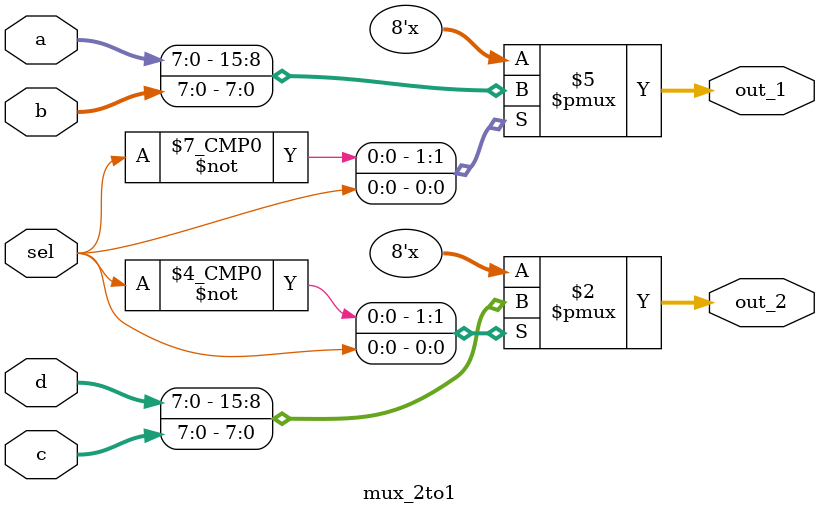
<source format=v>
module mux_2to1 (
    input wire [7:0] a,
    input wire [7:0] b,
    input wire [7:0] c,
    input wire [7:0] d,
    input wire sel,
    output reg [7:0] out_1,
    output reg [7:0] out_2
);

    always @(*) begin
        case (sel)
            1'b0: begin
                out_1 = a;
                out_2  = d;
            end
            1'b1: begin
                out_1 = b;
                out_2  = c;
            end
            default: begin
                out_1 = 8'b0;
                out_2  = 8'b0;
            end
        endcase
    end
endmodule
</source>
